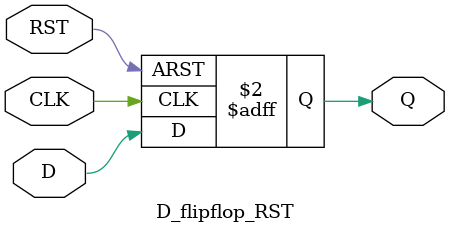
<source format=v>
module D_flipflop_RST(D,CLK,RST,Q);
input D;
input CLK;
input RST;
output reg Q;
always@(negedge CLK or posedge RST)
begin
if(RST) Q<=0;
else
Q<=D;
end

endmodule
</source>
